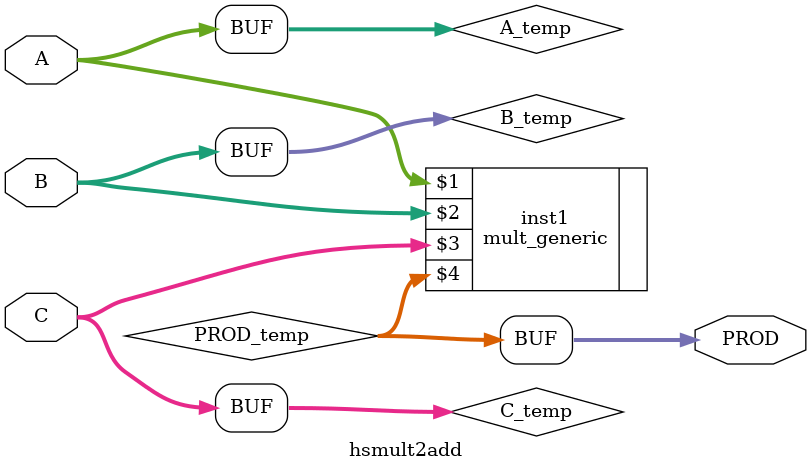
<source format=v>
module hsmult2add(A,B,C,PROD);
  parameter AA = 6;
  parameter BB = 6;
  parameter CC = 12;
  parameter P = 12;
  parameter
        d_A = 0,
        d_B = 0,
        d_C = 0,
        d_PROD = 1;
  input [(AA - 1):0] A;
  input [(BB - 1):0] B;
  input [(CC - 1):0] C;
  output [(P - 1):0] PROD;
  wire [(AA - 1):0] A_temp;
  wire [(BB - 1):0] B_temp;
  wire [(CC - 1):0] C_temp;
  wire [(P - 1):0] PROD_temp;
  assign #(d_A) A_temp = A;
  assign #(d_B) B_temp = B;
  assign #(d_C) C_temp = C;
  assign #(d_PROD) PROD = PROD_temp;
  mult_generic #(AA,BB,CC,P) inst1 (A_temp,B_temp,C_temp,PROD_temp);
endmodule

</source>
